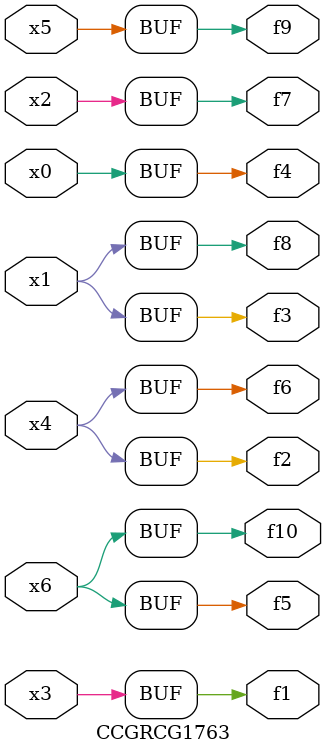
<source format=v>
module CCGRCG1763(
	input x0, x1, x2, x3, x4, x5, x6,
	output f1, f2, f3, f4, f5, f6, f7, f8, f9, f10
);
	assign f1 = x3;
	assign f2 = x4;
	assign f3 = x1;
	assign f4 = x0;
	assign f5 = x6;
	assign f6 = x4;
	assign f7 = x2;
	assign f8 = x1;
	assign f9 = x5;
	assign f10 = x6;
endmodule

</source>
